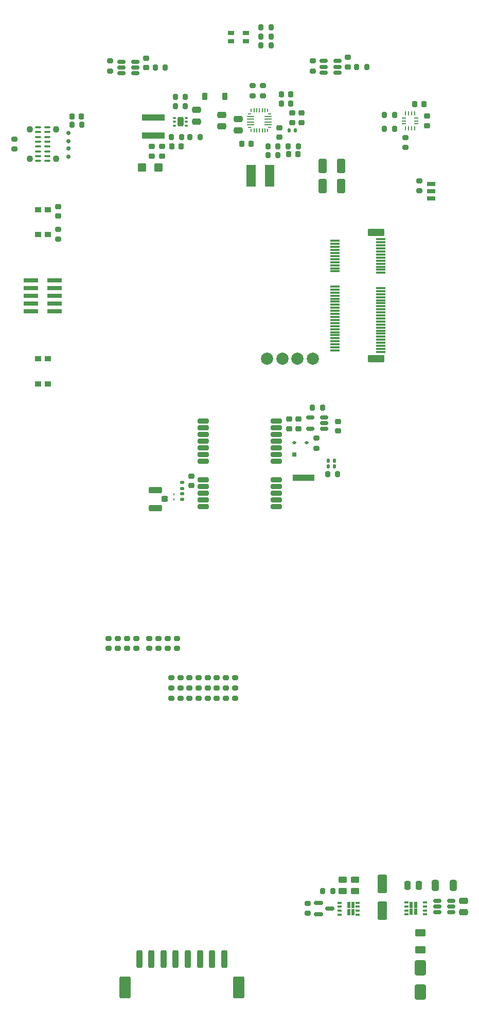
<source format=gbr>
%TF.GenerationSoftware,KiCad,Pcbnew,7.0.10*%
%TF.CreationDate,2024-03-08T14:55:51+08:00*%
%TF.ProjectId,solar_board,736f6c61-725f-4626-9f61-72642e6b6963,rev?*%
%TF.SameCoordinates,Original*%
%TF.FileFunction,Paste,Top*%
%TF.FilePolarity,Positive*%
%FSLAX46Y46*%
G04 Gerber Fmt 4.6, Leading zero omitted, Abs format (unit mm)*
G04 Created by KiCad (PCBNEW 7.0.10) date 2024-03-08 14:55:51*
%MOMM*%
%LPD*%
G01*
G04 APERTURE LIST*
G04 Aperture macros list*
%AMRoundRect*
0 Rectangle with rounded corners*
0 $1 Rounding radius*
0 $2 $3 $4 $5 $6 $7 $8 $9 X,Y pos of 4 corners*
0 Add a 4 corners polygon primitive as box body*
4,1,4,$2,$3,$4,$5,$6,$7,$8,$9,$2,$3,0*
0 Add four circle primitives for the rounded corners*
1,1,$1+$1,$2,$3*
1,1,$1+$1,$4,$5*
1,1,$1+$1,$6,$7*
1,1,$1+$1,$8,$9*
0 Add four rect primitives between the rounded corners*
20,1,$1+$1,$2,$3,$4,$5,0*
20,1,$1+$1,$4,$5,$6,$7,0*
20,1,$1+$1,$6,$7,$8,$9,0*
20,1,$1+$1,$8,$9,$2,$3,0*%
%AMFreePoly0*
4,1,5,0.300000,-0.300000,-0.300000,-0.300000,-0.300000,0.300000,0.300000,0.300000,0.300000,-0.300000,0.300000,-0.300000,$1*%
%AMFreePoly1*
4,1,5,0.500000,-1.750000,-0.500000,-1.750000,-0.500000,1.750000,0.500000,1.750000,0.500000,-1.750000,0.500000,-1.750000,$1*%
G04 Aperture macros list end*
%ADD10RoundRect,0.135000X0.185000X-0.135000X0.185000X0.135000X-0.185000X0.135000X-0.185000X-0.135000X0*%
%ADD11RoundRect,0.147500X0.172500X-0.147500X0.172500X0.147500X-0.172500X0.147500X-0.172500X-0.147500X0*%
%ADD12RoundRect,0.036000X-0.739000X0.114000X-0.739000X-0.114000X0.739000X-0.114000X0.739000X0.114000X0*%
%ADD13C,2.000000*%
%ADD14RoundRect,0.252000X-1.123000X0.348000X-1.123000X-0.348000X1.123000X-0.348000X1.123000X0.348000X0*%
%ADD15RoundRect,0.200000X-0.200000X-0.275000X0.200000X-0.275000X0.200000X0.275000X-0.200000X0.275000X0*%
%ADD16RoundRect,0.200000X-0.275000X0.200000X-0.275000X-0.200000X0.275000X-0.200000X0.275000X0.200000X0*%
%ADD17RoundRect,0.200000X0.200000X0.275000X-0.200000X0.275000X-0.200000X-0.275000X0.200000X-0.275000X0*%
%ADD18RoundRect,0.225000X0.250000X-0.225000X0.250000X0.225000X-0.250000X0.225000X-0.250000X-0.225000X0*%
%ADD19RoundRect,0.200000X0.275000X-0.200000X0.275000X0.200000X-0.275000X0.200000X-0.275000X-0.200000X0*%
%ADD20RoundRect,0.250000X0.625000X-0.375000X0.625000X0.375000X-0.625000X0.375000X-0.625000X-0.375000X0*%
%ADD21RoundRect,0.250000X0.325000X0.650000X-0.325000X0.650000X-0.325000X-0.650000X0.325000X-0.650000X0*%
%ADD22RoundRect,0.225000X-0.225000X-0.250000X0.225000X-0.250000X0.225000X0.250000X-0.225000X0.250000X0*%
%ADD23RoundRect,0.250000X-0.250000X-0.475000X0.250000X-0.475000X0.250000X0.475000X-0.250000X0.475000X0*%
%ADD24FreePoly0,180.000000*%
%ADD25FreePoly1,270.000000*%
%ADD26R,0.600000X1.000000*%
%ADD27R,0.700000X0.420000*%
%ADD28RoundRect,0.150000X-0.200000X0.150000X-0.200000X-0.150000X0.200000X-0.150000X0.200000X0.150000X0*%
%ADD29RoundRect,0.250000X-0.475000X0.250000X-0.475000X-0.250000X0.475000X-0.250000X0.475000X0.250000X0*%
%ADD30RoundRect,0.147500X0.147500X0.172500X-0.147500X0.172500X-0.147500X-0.172500X0.147500X-0.172500X0*%
%ADD31RoundRect,0.112500X-0.187500X-0.112500X0.187500X-0.112500X0.187500X0.112500X-0.187500X0.112500X0*%
%ADD32R,1.000000X0.900000*%
%ADD33RoundRect,0.150000X-0.587500X-0.150000X0.587500X-0.150000X0.587500X0.150000X-0.587500X0.150000X0*%
%ADD34RoundRect,0.250000X0.250000X1.200000X-0.250000X1.200000X-0.250000X-1.200000X0.250000X-1.200000X0*%
%ADD35RoundRect,0.250000X0.650000X1.550000X-0.650000X1.550000X-0.650000X-1.550000X0.650000X-1.550000X0*%
%ADD36RoundRect,0.225000X-0.250000X0.225000X-0.250000X-0.225000X0.250000X-0.225000X0.250000X0.225000X0*%
%ADD37RoundRect,0.200000X-0.700000X-0.200000X0.700000X-0.200000X0.700000X0.200000X-0.700000X0.200000X0*%
%ADD38R,0.250000X0.675000*%
%ADD39R,0.675000X0.250000*%
%ADD40RoundRect,0.250000X0.275000X0.250000X-0.275000X0.250000X-0.275000X-0.250000X0.275000X-0.250000X0*%
%ADD41RoundRect,0.250000X0.850000X0.275000X-0.850000X0.275000X-0.850000X-0.275000X0.850000X-0.275000X0*%
%ADD42RoundRect,0.150000X0.200000X-0.150000X0.200000X0.150000X-0.200000X0.150000X-0.200000X-0.150000X0*%
%ADD43RoundRect,0.218750X-0.218750X-0.256250X0.218750X-0.256250X0.218750X0.256250X-0.218750X0.256250X0*%
%ADD44RoundRect,0.150000X-0.512500X-0.150000X0.512500X-0.150000X0.512500X0.150000X-0.512500X0.150000X0*%
%ADD45RoundRect,0.250000X-0.412500X-0.925000X0.412500X-0.925000X0.412500X0.925000X-0.412500X0.925000X0*%
%ADD46RoundRect,0.147500X-0.147500X-0.172500X0.147500X-0.172500X0.147500X0.172500X-0.147500X0.172500X0*%
%ADD47R,1.500000X3.600000*%
%ADD48RoundRect,0.250000X0.450000X-0.262500X0.450000X0.262500X-0.450000X0.262500X-0.450000X-0.262500X0*%
%ADD49RoundRect,0.250000X-0.550000X1.250000X-0.550000X-1.250000X0.550000X-1.250000X0.550000X1.250000X0*%
%ADD50RoundRect,0.250000X0.650000X-1.000000X0.650000X1.000000X-0.650000X1.000000X-0.650000X-1.000000X0*%
%ADD51RoundRect,0.075000X0.150000X-0.075000X0.150000X0.075000X-0.150000X0.075000X-0.150000X-0.075000X0*%
%ADD52RoundRect,0.250000X0.250000X0.550000X-0.250000X0.550000X-0.250000X-0.550000X0.250000X-0.550000X0*%
%ADD53RoundRect,0.150000X0.512500X0.150000X-0.512500X0.150000X-0.512500X-0.150000X0.512500X-0.150000X0*%
%ADD54RoundRect,0.075000X0.425000X-0.075000X0.425000X0.075000X-0.425000X0.075000X-0.425000X-0.075000X0*%
%ADD55C,1.100000*%
%ADD56RoundRect,0.250000X-0.450000X-0.425000X0.450000X-0.425000X0.450000X0.425000X-0.450000X0.425000X0*%
%ADD57RoundRect,0.062500X0.062500X-0.117500X0.062500X0.117500X-0.062500X0.117500X-0.062500X-0.117500X0*%
%ADD58R,0.500000X0.200000*%
%ADD59R,1.200000X0.200000*%
%ADD60R,0.200000X0.500000*%
%ADD61R,0.200000X0.800000*%
%ADD62R,1.000000X0.800000*%
%ADD63R,1.400000X0.800000*%
%ADD64RoundRect,0.250000X0.475000X-0.250000X0.475000X0.250000X-0.475000X0.250000X-0.475000X-0.250000X0*%
%ADD65RoundRect,0.225000X0.225000X0.375000X-0.225000X0.375000X-0.225000X-0.375000X0.225000X-0.375000X0*%
%ADD66RoundRect,0.225000X0.225000X0.250000X-0.225000X0.250000X-0.225000X-0.250000X0.225000X-0.250000X0*%
%ADD67R,3.700000X1.100000*%
%ADD68R,2.400000X0.740000*%
G04 APERTURE END LIST*
D10*
%TO.C,R55*%
X95551600Y-97503201D03*
X95551600Y-96483201D03*
%TD*%
D11*
%TO.C,L3*%
X95551600Y-99307001D03*
X95551600Y-98337001D03*
%TD*%
D12*
%TO.C,U1*%
X128224000Y-56563001D03*
X120674000Y-56813001D03*
X128224000Y-57063001D03*
X120674000Y-57313001D03*
X128224000Y-57563001D03*
X120674000Y-57813001D03*
X128224000Y-58063001D03*
X120674000Y-58313001D03*
X128224000Y-58563001D03*
X120674000Y-58813001D03*
X128224000Y-59063001D03*
X120674000Y-59313001D03*
X128224000Y-59563001D03*
X120674000Y-59813001D03*
X128224000Y-60063001D03*
X120674000Y-60313001D03*
X128224000Y-60563001D03*
X120674000Y-60813001D03*
X128224000Y-61063001D03*
X120674000Y-61313001D03*
X128224000Y-61563001D03*
X120674000Y-61813001D03*
X128224000Y-62063001D03*
X120674000Y-64313001D03*
X128224000Y-64563001D03*
X120674000Y-64813001D03*
X128224000Y-65063001D03*
X120674000Y-65313001D03*
X128224000Y-65563001D03*
X120674000Y-65813001D03*
X128224000Y-66063001D03*
X120674000Y-66313001D03*
X128224000Y-66563001D03*
X120674000Y-66813001D03*
X128224000Y-67063001D03*
X120674000Y-67313001D03*
X128224000Y-67563001D03*
X120674000Y-67813001D03*
X128224000Y-68063001D03*
X120674000Y-68313001D03*
X128224000Y-68563001D03*
X120674000Y-68813001D03*
X128224000Y-69063001D03*
X120674000Y-69313001D03*
X128224000Y-69563001D03*
X120674000Y-69813001D03*
X128224000Y-70063001D03*
X120674000Y-70313001D03*
X128224000Y-70563001D03*
X120674000Y-70813001D03*
X128224000Y-71063001D03*
X120674000Y-71313001D03*
X128224000Y-71563001D03*
X120674000Y-71813001D03*
X128224000Y-72063001D03*
X120674000Y-72313001D03*
X128224000Y-72563001D03*
X120674000Y-72813001D03*
X128224000Y-73063001D03*
X120674000Y-73313001D03*
X128224000Y-73563001D03*
X120674000Y-73813001D03*
X128224000Y-74063001D03*
X120674000Y-74313001D03*
X128224000Y-74563001D03*
X120674000Y-74813001D03*
X128224000Y-75063001D03*
D13*
X116989000Y-76183001D03*
X114489000Y-76183001D03*
X111989000Y-76183001D03*
X109489000Y-76183001D03*
D14*
X127449000Y-55463001D03*
X127449000Y-76163001D03*
%TD*%
D15*
%TO.C,R14*%
X108468000Y-21733001D03*
X110118000Y-21733001D03*
%TD*%
D16*
%TO.C,R20*%
X116150032Y-165664832D03*
X116150032Y-167314832D03*
%TD*%
D17*
%TO.C,R17*%
X79003000Y-37735001D03*
X77353000Y-37735001D03*
%TD*%
D18*
%TO.C,C17*%
X121180000Y-88015001D03*
X121180000Y-86465001D03*
%TD*%
%TO.C,C8*%
X111482000Y-39780001D03*
X111482000Y-38230001D03*
%TD*%
D19*
%TO.C,R43*%
X99720000Y-130254001D03*
X99720000Y-128604001D03*
%TD*%
D16*
%TO.C,R34*%
X99720000Y-130304001D03*
X99720000Y-131954001D03*
%TD*%
D19*
%TO.C,R30*%
X83385000Y-123776001D03*
X83385000Y-122126001D03*
%TD*%
D16*
%TO.C,R18*%
X67891000Y-40085001D03*
X67891000Y-41735001D03*
%TD*%
D20*
%TO.C,F1*%
X134744968Y-173270170D03*
X134744968Y-170470170D03*
%TD*%
D21*
%TO.C,C1*%
X140105000Y-162703001D03*
X137155000Y-162703001D03*
%TD*%
D22*
%TO.C,C26*%
X111850000Y-34252001D03*
X113400000Y-34252001D03*
%TD*%
D23*
%TO.C,C3*%
X132595032Y-162703001D03*
X134495032Y-162703001D03*
%TD*%
D15*
%TO.C,R6*%
X109644000Y-42742001D03*
X111294000Y-42742001D03*
%TD*%
D19*
%TO.C,R54*%
X134566000Y-48593001D03*
X134566000Y-46943001D03*
%TD*%
D15*
%TO.C,R16*%
X108468000Y-24654001D03*
X110118000Y-24654001D03*
%TD*%
D24*
%TO.C,C22*%
X113980000Y-91890001D03*
D25*
X115458000Y-95756401D03*
%TD*%
D22*
%TO.C,C20*%
X133791000Y-34306001D03*
X135341000Y-34306001D03*
%TD*%
D16*
%TO.C,R37*%
X95220000Y-130304001D03*
X95220000Y-131954001D03*
%TD*%
D19*
%TO.C,R11*%
X117040000Y-28908001D03*
X117040000Y-27258001D03*
%TD*%
D26*
%TO.C,Q1*%
X133930032Y-167054832D03*
X133930032Y-165924832D03*
X133220032Y-167054832D03*
X133220032Y-165924832D03*
D27*
X132450032Y-167464832D03*
X132450032Y-166814832D03*
X132450032Y-166164832D03*
X132450032Y-165514832D03*
X135450032Y-167464832D03*
X135450032Y-166814832D03*
X135450032Y-166164832D03*
X135450032Y-165514832D03*
%TD*%
D28*
%TO.C,D3*%
X76781000Y-40467001D03*
X76781000Y-39067001D03*
%TD*%
D19*
%TO.C,R28*%
X86433000Y-123776001D03*
X86433000Y-122126001D03*
%TD*%
D29*
%TO.C,C2*%
X141800032Y-165244832D03*
X141800032Y-167144832D03*
%TD*%
D16*
%TO.C,R35*%
X98220000Y-130304001D03*
X98220000Y-131954001D03*
%TD*%
D30*
%TO.C,FB1*%
X120565000Y-92940001D03*
X119595000Y-92940001D03*
%TD*%
D17*
%TO.C,R53*%
X121105000Y-95140001D03*
X119455000Y-95140001D03*
%TD*%
D19*
%TO.C,R3*%
X107134000Y-32972001D03*
X107134000Y-31322001D03*
%TD*%
D31*
%TO.C,D6*%
X113930000Y-89940001D03*
X116030000Y-89940001D03*
%TD*%
D16*
%TO.C,R32*%
X102720000Y-130304001D03*
X102720000Y-131954001D03*
%TD*%
D32*
%TO.C,SW1*%
X71790000Y-80298001D03*
X71790000Y-76198001D03*
X73390000Y-80298001D03*
X73390000Y-76198001D03*
%TD*%
D33*
%TO.C,Q3*%
X117912532Y-165539832D03*
X117912532Y-167439832D03*
X119787532Y-166489832D03*
%TD*%
D34*
%TO.C,J3*%
X102450000Y-174840001D03*
X100450000Y-174840001D03*
X98450000Y-174840001D03*
X96450000Y-174840001D03*
X94450000Y-174840001D03*
X92450000Y-174840001D03*
X90450000Y-174840001D03*
X88450000Y-174840001D03*
D35*
X104800000Y-179490001D03*
X86100000Y-179490001D03*
%TD*%
D19*
%TO.C,R25*%
X91640000Y-123777001D03*
X91640000Y-122127001D03*
%TD*%
D32*
%TO.C,SW2*%
X71790000Y-55787001D03*
X71790000Y-51687001D03*
X73390000Y-55787001D03*
X73390000Y-51687001D03*
%TD*%
D19*
%TO.C,R24*%
X93164000Y-123777001D03*
X93164000Y-122127001D03*
%TD*%
D36*
%TO.C,C12*%
X90527000Y-41313832D03*
X90527000Y-42863832D03*
%TD*%
D37*
%TO.C,U8*%
X98980000Y-86440001D03*
X98980000Y-87540001D03*
X98980000Y-88640001D03*
X98980000Y-89740001D03*
X98980000Y-90840001D03*
X98980000Y-91940001D03*
X98980000Y-93040001D03*
X98980000Y-96040001D03*
X98980000Y-97140001D03*
X98980000Y-98240001D03*
X98980000Y-99340001D03*
X98980000Y-100440001D03*
X110980000Y-100440001D03*
X110980000Y-99340001D03*
X110980000Y-98240001D03*
X110980000Y-97140001D03*
X110980000Y-96040001D03*
X110980000Y-93040001D03*
X110980000Y-91940001D03*
X110980000Y-90840001D03*
X110980000Y-89740001D03*
X110980000Y-88640001D03*
X110980000Y-87540001D03*
X110980000Y-86440001D03*
%TD*%
D16*
%TO.C,R52*%
X75130000Y-54907001D03*
X75130000Y-56557001D03*
%TD*%
D38*
%TO.C,U9*%
X132292000Y-38362501D03*
X132792000Y-38362501D03*
X133292000Y-38362501D03*
X133792000Y-38362501D03*
D39*
X134054500Y-37600001D03*
X134054500Y-37100001D03*
X134054500Y-36600001D03*
D38*
X133792000Y-35837501D03*
X133292000Y-35837501D03*
X132792000Y-35837501D03*
X132292000Y-35837501D03*
D39*
X132029500Y-36600001D03*
X132029500Y-37100001D03*
X132029500Y-37600001D03*
%TD*%
D40*
%TO.C,J5*%
X92630000Y-99240001D03*
D41*
X91105000Y-100715001D03*
X91105000Y-97765001D03*
%TD*%
D42*
%TO.C,D4*%
X76781000Y-41607001D03*
X76781000Y-43007001D03*
%TD*%
D19*
%TO.C,R48*%
X132280000Y-41481001D03*
X132280000Y-39831001D03*
%TD*%
%TO.C,R44*%
X101220000Y-130254001D03*
X101220000Y-128604001D03*
%TD*%
D43*
%TO.C,D1*%
X113013500Y-42561001D03*
X114588500Y-42561001D03*
%TD*%
D16*
%TO.C,R31*%
X104220000Y-130304001D03*
X104220000Y-131954001D03*
%TD*%
D44*
%TO.C,U5*%
X85549500Y-27387001D03*
X85549500Y-28337001D03*
X85549500Y-29287001D03*
X87824500Y-29287001D03*
X87824500Y-28337001D03*
X87824500Y-27387001D03*
%TD*%
D15*
%TO.C,R13*%
X124216000Y-28210001D03*
X125866000Y-28210001D03*
%TD*%
D19*
%TO.C,R8*%
X108785000Y-32972001D03*
X108785000Y-31322001D03*
%TD*%
D45*
%TO.C,C29*%
X118635000Y-47810001D03*
X121710000Y-47810001D03*
%TD*%
D18*
%TO.C,C13*%
X113611000Y-37367001D03*
X113611000Y-35817001D03*
%TD*%
D19*
%TO.C,R42*%
X98220000Y-130254001D03*
X98220000Y-128604001D03*
%TD*%
D15*
%TO.C,R2*%
X94401000Y-33198832D03*
X96051000Y-33198832D03*
%TD*%
D36*
%TO.C,C16*%
X122755000Y-26673001D03*
X122755000Y-28223001D03*
%TD*%
D15*
%TO.C,R15*%
X108468000Y-23257001D03*
X110118000Y-23257001D03*
%TD*%
D18*
%TO.C,C18*%
X113150000Y-87645001D03*
X113150000Y-86095001D03*
%TD*%
D15*
%TO.C,R4*%
X93766000Y-39802832D03*
X95416000Y-39802832D03*
%TD*%
D17*
%TO.C,R19*%
X120275032Y-163589832D03*
X118625032Y-163589832D03*
%TD*%
D15*
%TO.C,R47*%
X116955000Y-84240001D03*
X118605000Y-84240001D03*
%TD*%
D22*
%TO.C,C24*%
X77403000Y-36338001D03*
X78953000Y-36338001D03*
%TD*%
D44*
%TO.C,U6*%
X118823500Y-27260001D03*
X118823500Y-28210001D03*
X118823500Y-29160001D03*
X121098500Y-29160001D03*
X121098500Y-28210001D03*
X121098500Y-27260001D03*
%TD*%
D19*
%TO.C,R39*%
X93720000Y-130254001D03*
X93720000Y-128604001D03*
%TD*%
D46*
%TO.C,FB3*%
X113156000Y-38697001D03*
X114126000Y-38697001D03*
%TD*%
D17*
%TO.C,R50*%
X130438000Y-36084001D03*
X128788000Y-36084001D03*
%TD*%
D19*
%TO.C,R10*%
X83639000Y-28908001D03*
X83639000Y-27258001D03*
%TD*%
D17*
%TO.C,R7*%
X114626000Y-41291001D03*
X112976000Y-41291001D03*
%TD*%
D47*
%TO.C,L2*%
X106879000Y-46117001D03*
X109929000Y-46117001D03*
%TD*%
D18*
%TO.C,C21*%
X135836000Y-37875001D03*
X135836000Y-36325001D03*
%TD*%
D19*
%TO.C,R46*%
X104220000Y-130254001D03*
X104220000Y-128604001D03*
%TD*%
D16*
%TO.C,R38*%
X93720000Y-130304001D03*
X93720000Y-131954001D03*
%TD*%
D19*
%TO.C,R40*%
X95220000Y-130254001D03*
X95220000Y-128604001D03*
%TD*%
D30*
%TO.C,FB2*%
X120565000Y-93840001D03*
X119595000Y-93840001D03*
%TD*%
D48*
%TO.C,R21*%
X121950032Y-163602332D03*
X121950032Y-161777332D03*
%TD*%
D16*
%TO.C,R36*%
X96720000Y-130304001D03*
X96720000Y-131954001D03*
%TD*%
D49*
%TO.C,C4*%
X128480000Y-162440001D03*
X128480000Y-166840001D03*
%TD*%
D45*
%TO.C,C28*%
X118625000Y-44510001D03*
X121700000Y-44510001D03*
%TD*%
D50*
%TO.C,D5*%
X134744968Y-180220170D03*
X134744968Y-176220170D03*
%TD*%
D18*
%TO.C,C14*%
X115135000Y-37367001D03*
X115135000Y-35817001D03*
%TD*%
D51*
%TO.C,U4*%
X94251000Y-36612832D03*
X94251000Y-37262832D03*
X94251000Y-37912832D03*
X96201000Y-37912832D03*
X96201000Y-37262832D03*
X96201000Y-36612832D03*
D52*
X95226000Y-37262832D03*
%TD*%
D36*
%TO.C,C11*%
X92178000Y-41313832D03*
X92178000Y-42863832D03*
%TD*%
D48*
%TO.C,R22*%
X123950032Y-163602332D03*
X123950032Y-161777332D03*
%TD*%
D18*
%TO.C,C19*%
X114650000Y-87645001D03*
X114650000Y-86095001D03*
%TD*%
D29*
%TO.C,C10*%
X104721000Y-36785001D03*
X104721000Y-38685001D03*
%TD*%
D17*
%TO.C,R1*%
X96051000Y-34722832D03*
X94401000Y-34722832D03*
%TD*%
D53*
%TO.C,U3*%
X139762532Y-167144832D03*
X139762532Y-166194832D03*
X139762532Y-165244832D03*
X137487532Y-165244832D03*
X137487532Y-166194832D03*
X137487532Y-167144832D03*
%TD*%
D54*
%TO.C,J2*%
X71830000Y-43690001D03*
X71830000Y-42900001D03*
X71830000Y-42110001D03*
X71830000Y-41320001D03*
X71830000Y-40530001D03*
X71830000Y-39740001D03*
X71830000Y-38950001D03*
X71830000Y-38160001D03*
X73350000Y-38160001D03*
X73350000Y-38950001D03*
X73350000Y-39740001D03*
X73350000Y-40530001D03*
X73350000Y-41320001D03*
X73350000Y-42110001D03*
X73350000Y-42900001D03*
X73350000Y-43690001D03*
D55*
X70440000Y-43310001D03*
X74740000Y-43310001D03*
X70440000Y-38510001D03*
X74740000Y-38510001D03*
%TD*%
D22*
%TO.C,C9*%
X93816000Y-41326832D03*
X95366000Y-41326832D03*
%TD*%
D19*
%TO.C,R41*%
X96720000Y-130254001D03*
X96720000Y-128604001D03*
%TD*%
D15*
%TO.C,R5*%
X96814000Y-39802832D03*
X98464000Y-39802832D03*
%TD*%
D18*
%TO.C,C25*%
X75130000Y-52747001D03*
X75130000Y-51197001D03*
%TD*%
D22*
%TO.C,C27*%
X111850000Y-32728001D03*
X113400000Y-32728001D03*
%TD*%
D36*
%TO.C,C15*%
X89608000Y-26800001D03*
X89608000Y-28350001D03*
%TD*%
D19*
%TO.C,R45*%
X102720000Y-130254001D03*
X102720000Y-128604001D03*
%TD*%
D56*
%TO.C,C30*%
X88920000Y-44770001D03*
X91620000Y-44770001D03*
%TD*%
D19*
%TO.C,R27*%
X87957000Y-123776001D03*
X87957000Y-122126001D03*
%TD*%
D57*
%TO.C,D7*%
X94180000Y-98420001D03*
X94180000Y-99260001D03*
%TD*%
D19*
%TO.C,R26*%
X90116000Y-123777001D03*
X90116000Y-122127001D03*
%TD*%
D58*
%TO.C,U2*%
X106586650Y-35921003D03*
D59*
X106786650Y-36371003D03*
X106786650Y-36821003D03*
X106786650Y-37271003D03*
X106786650Y-37721003D03*
D58*
X106586650Y-38171003D03*
D60*
X106886650Y-38696003D03*
D61*
X107336650Y-38696003D03*
X107786650Y-38696003D03*
X108236650Y-38696003D03*
X108686650Y-38696003D03*
X109136650Y-38696003D03*
D60*
X109586650Y-38696003D03*
D58*
X109886650Y-38171003D03*
D59*
X109686650Y-37721003D03*
X109686650Y-37271003D03*
X109686650Y-36821003D03*
X109686650Y-36371003D03*
D58*
X109886650Y-35921003D03*
D60*
X109586650Y-35396003D03*
D61*
X109136650Y-35396003D03*
X108686650Y-35396003D03*
X108236650Y-35396003D03*
X107786650Y-35396003D03*
X107336650Y-35396003D03*
D60*
X106886650Y-35396003D03*
%TD*%
D29*
%TO.C,C5*%
X102054000Y-36096001D03*
X102054000Y-37996001D03*
%TD*%
D62*
%TO.C,D2*%
X103530032Y-22639832D03*
X103530032Y-24039832D03*
X106030032Y-24039832D03*
X106030032Y-22639832D03*
%TD*%
D15*
%TO.C,R9*%
X109644000Y-41291001D03*
X111294000Y-41291001D03*
%TD*%
D18*
%TO.C,C23*%
X97075600Y-97006201D03*
X97075600Y-95456201D03*
%TD*%
D15*
%TO.C,R12*%
X91069000Y-28337001D03*
X92719000Y-28337001D03*
%TD*%
D16*
%TO.C,R33*%
X101220000Y-130304001D03*
X101220000Y-131954001D03*
%TD*%
D53*
%TO.C,U7*%
X118887500Y-87720001D03*
X118887500Y-86770001D03*
X118887500Y-85820001D03*
X116612500Y-85820001D03*
X116612500Y-87720001D03*
%TD*%
D19*
%TO.C,R23*%
X94688000Y-123777001D03*
X94688000Y-122127001D03*
%TD*%
D17*
%TO.C,R51*%
X130438000Y-38370001D03*
X128788000Y-38370001D03*
%TD*%
D63*
%TO.C,U11*%
X136471000Y-49807001D03*
X136471000Y-48657001D03*
X136471000Y-47507001D03*
%TD*%
D64*
%TO.C,C6*%
X97893000Y-37196832D03*
X97893000Y-35296832D03*
%TD*%
D65*
%TO.C,D8*%
X102561000Y-33036001D03*
X99261000Y-33036001D03*
%TD*%
D66*
%TO.C,C7*%
X106893000Y-40856001D03*
X105343000Y-40856001D03*
%TD*%
D67*
%TO.C,L1*%
X90781000Y-36524832D03*
X90781000Y-39524832D03*
%TD*%
D68*
%TO.C,J6*%
X74540000Y-68342001D03*
X70640000Y-68342001D03*
X74540000Y-67072001D03*
X70640000Y-67072001D03*
X74540000Y-65802001D03*
X70640000Y-65802001D03*
X74540000Y-64532001D03*
X70640000Y-64532001D03*
X74540000Y-63262001D03*
X70640000Y-63262001D03*
%TD*%
D19*
%TO.C,R29*%
X84909000Y-123776001D03*
X84909000Y-122126001D03*
%TD*%
%TO.C,R49*%
X117580000Y-90865001D03*
X117580000Y-89215001D03*
%TD*%
D26*
%TO.C,Q2*%
X122940032Y-165959832D03*
X122940032Y-167089832D03*
X123650032Y-165959832D03*
X123650032Y-167089832D03*
D27*
X124420032Y-165549832D03*
X124420032Y-166199832D03*
X124420032Y-166849832D03*
X124420032Y-167499832D03*
X121420032Y-165549832D03*
X121420032Y-166199832D03*
X121420032Y-166849832D03*
X121420032Y-167499832D03*
%TD*%
M02*

</source>
